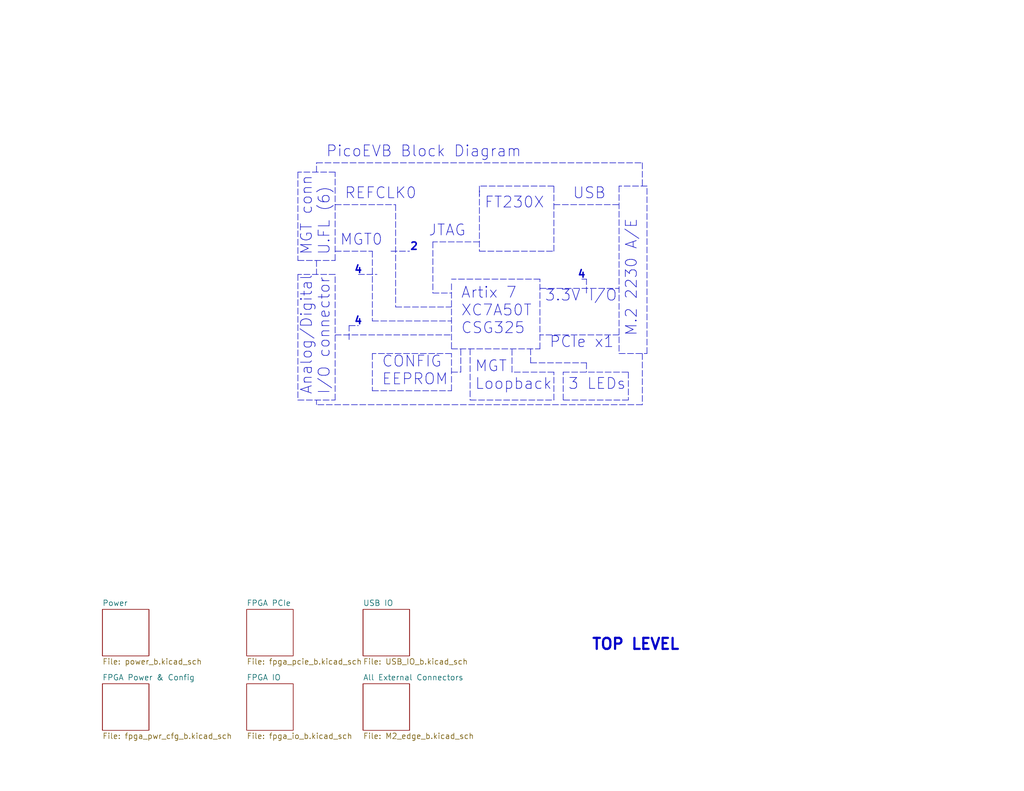
<source format=kicad_sch>
(kicad_sch
	(version 20250114)
	(generator "eeschema")
	(generator_version "9.0")
	(uuid "425a64d6-34ec-416c-8211-1f7c9aeb5428")
	(paper "A")
	(title_block
		(title "hFPGA")
		(date "2025-09-16")
		(rev "D")
		(company "Ethan Yang (github.com/ethanyangtaco115) & Stanely Wang")
		(comment 1 "A modification of the PicoEVB (github.com/RHSResearchLLC/PicoEVB)")
		(comment 2 "An expansion")
	)
	(lib_symbols)
	(text "JTAG"
		(exclude_from_sim no)
		(at 116.84 64.77 0)
		(effects
			(font
				(size 2.9972 2.9972)
			)
			(justify left bottom)
		)
		(uuid "0f0f9798-382d-4b1c-9f41-032c94d949d4")
	)
	(text "3.3V I/O"
		(exclude_from_sim no)
		(at 148.59 82.55 0)
		(effects
			(font
				(size 2.9972 2.9972)
			)
			(justify left bottom)
		)
		(uuid "1449b088-6a21-465e-a5bb-9e20332b74f0")
	)
	(text "MGT0"
		(exclude_from_sim no)
		(at 92.71 67.31 0)
		(effects
			(font
				(size 2.9972 2.9972)
			)
			(justify left bottom)
		)
		(uuid "22a35018-8a40-47d0-82cc-e2ad59290f06")
	)
	(text "PCIe x1"
		(exclude_from_sim no)
		(at 149.86 95.25 0)
		(effects
			(font
				(size 2.9972 2.9972)
			)
			(justify left bottom)
		)
		(uuid "2577a437-c588-4d52-a777-f7f26da7bbad")
	)
	(text "4"
		(exclude_from_sim no)
		(at 96.52 74.93 0)
		(effects
			(font
				(size 2.0066 2.0066)
				(thickness 0.4013)
				(bold yes)
			)
			(justify left bottom)
		)
		(uuid "2db72fea-0f1c-4c6d-97a9-c450408056ea")
	)
	(text "4"
		(exclude_from_sim no)
		(at 157.48 76.2 0)
		(effects
			(font
				(size 2.0066 2.0066)
				(thickness 0.4013)
				(bold yes)
			)
			(justify left bottom)
		)
		(uuid "2ff4ac46-53d0-4ae8-9650-d48ca2d04fa6")
	)
	(text "USB"
		(exclude_from_sim no)
		(at 156.21 54.61 0)
		(effects
			(font
				(size 2.9972 2.9972)
			)
			(justify left bottom)
		)
		(uuid "30e29fb9-0b92-45fc-bbe2-1b3c63b1d50c")
	)
	(text "MGT conn\nU.FL (6)"
		(exclude_from_sim no)
		(at 90.17 69.85 90)
		(effects
			(font
				(size 2.9972 2.9972)
			)
			(justify left bottom)
		)
		(uuid "3d3af673-426e-426c-8873-774b43546180")
	)
	(text "4"
		(exclude_from_sim no)
		(at 96.52 88.9 0)
		(effects
			(font
				(size 2.0066 2.0066)
				(thickness 0.4013)
				(bold yes)
			)
			(justify left bottom)
		)
		(uuid "4026eb65-22f1-48af-a8f2-6cc4c7b3ec5f")
	)
	(text "FT230X"
		(exclude_from_sim no)
		(at 148.59 57.15 0)
		(effects
			(font
				(size 2.9972 2.9972)
			)
			(justify right bottom)
		)
		(uuid "7835e648-aab4-480e-bad8-9e04e4de0a33")
	)
	(text "REFCLK0"
		(exclude_from_sim no)
		(at 93.98 54.61 0)
		(effects
			(font
				(size 2.9972 2.9972)
			)
			(justify left bottom)
		)
		(uuid "7f656684-6497-4ebc-ab87-c183bde99271")
	)
	(text "M.2 2230 A/E"
		(exclude_from_sim no)
		(at 173.99 59.69 90)
		(effects
			(font
				(size 2.9972 2.9972)
			)
			(justify right bottom)
		)
		(uuid "8b8ad6f0-6393-40b3-8231-7e0b44f29621")
	)
	(text "3 LEDs"
		(exclude_from_sim no)
		(at 154.94 106.68 0)
		(effects
			(font
				(size 2.9972 2.9972)
			)
			(justify left bottom)
		)
		(uuid "99087b42-50d0-4f87-b6cc-95c43ef47478")
	)
	(text "TOP LEVEL"
		(exclude_from_sim no)
		(at 161.29 177.8 0)
		(effects
			(font
				(size 2.9972 2.9972)
				(thickness 0.5994)
				(bold yes)
			)
			(justify left bottom)
		)
		(uuid "9d76e32f-6714-4878-980f-291fdf01320f")
	)
	(text "CONFIG\nEEPROM"
		(exclude_from_sim no)
		(at 104.14 105.41 0)
		(effects
			(font
				(size 2.9972 2.9972)
			)
			(justify left bottom)
		)
		(uuid "b8d13fa6-3a42-40d1-82db-c14619f2a700")
	)
	(text "Artix 7\nXC7A50T\nCSG325"
		(exclude_from_sim no)
		(at 125.73 91.44 0)
		(effects
			(font
				(size 2.9972 2.9972)
			)
			(justify left bottom)
		)
		(uuid "c93f5ca2-eacc-426f-a185-995cb5da7b7a")
	)
	(text "MGT\nLoopback\n"
		(exclude_from_sim no)
		(at 129.54 106.68 0)
		(effects
			(font
				(size 2.9972 2.9972)
			)
			(justify left bottom)
		)
		(uuid "e75d23e5-871c-46a5-bf41-93d9d8f777e6")
	)
	(text "2"
		(exclude_from_sim no)
		(at 111.76 68.58 0)
		(effects
			(font
				(size 2.0066 2.0066)
				(thickness 0.4013)
				(bold yes)
			)
			(justify left bottom)
		)
		(uuid "ee646b22-1bfd-43f8-ba7d-2f83b9e3f649")
	)
	(text "PicoEVB Block Diagram"
		(exclude_from_sim no)
		(at 88.9 43.18 0)
		(effects
			(font
				(size 2.9972 2.9972)
			)
			(justify left bottom)
		)
		(uuid "ef794f95-1d97-4ec2-a8ff-c829c314146d")
	)
	(text "Analog/Digital\nI/O connector"
		(exclude_from_sim no)
		(at 90.17 107.95 90)
		(effects
			(font
				(size 2.9972 2.9972)
			)
			(justify left bottom)
		)
		(uuid "f55f52bc-d0a5-409c-bb68-56a065d8894e")
	)
	(polyline
		(pts
			(xy 125.73 101.6) (xy 125.73 95.25)
		)
		(stroke
			(width 0)
			(type dash)
		)
		(uuid "012784da-f62f-4371-8644-a9287f0188dd")
	)
	(polyline
		(pts
			(xy 160.02 99.06) (xy 160.02 101.6)
		)
		(stroke
			(width 0)
			(type dash)
		)
		(uuid "111721b8-0cc3-4663-89c6-7a5d1af49343")
	)
	(polyline
		(pts
			(xy 91.44 74.93) (xy 81.28 74.93)
		)
		(stroke
			(width 0)
			(type dash)
		)
		(uuid "13e64b48-b1dd-4c54-85dc-775f2e5dc4b2")
	)
	(polyline
		(pts
			(xy 86.36 44.45) (xy 175.26 44.45)
		)
		(stroke
			(width 0)
			(type dash)
		)
		(uuid "165a203c-cc80-4f86-9685-aa3432ac8289")
	)
	(polyline
		(pts
			(xy 91.44 55.88) (xy 107.95 55.88)
		)
		(stroke
			(width 0)
			(type dash)
		)
		(uuid "194c9dec-7179-4265-a422-60c020325282")
	)
	(polyline
		(pts
			(xy 147.32 95.25) (xy 147.32 76.2)
		)
		(stroke
			(width 0)
			(type dash)
		)
		(uuid "1ac9758c-8bd1-419a-982b-431493661cd1")
	)
	(polyline
		(pts
			(xy 101.6 87.63) (xy 123.19 87.63)
		)
		(stroke
			(width 0)
			(type dash)
		)
		(uuid "1c7cfb52-575a-4fa2-9e0d-f02c8e0a2973")
	)
	(polyline
		(pts
			(xy 168.91 96.52) (xy 176.53 96.52)
		)
		(stroke
			(width 0)
			(type dash)
		)
		(uuid "1f91a4f3-fb77-4318-a42d-504c2ea2f752")
	)
	(polyline
		(pts
			(xy 123.19 95.25) (xy 147.32 95.25)
		)
		(stroke
			(width 0)
			(type dash)
		)
		(uuid "230f4b72-249d-4ba6-8a7b-e88cac238eff")
	)
	(polyline
		(pts
			(xy 123.19 77.47) (xy 123.19 95.25)
		)
		(stroke
			(width 0)
			(type dash)
		)
		(uuid "241ca3c1-b96c-4733-af54-fdcc836f834d")
	)
	(polyline
		(pts
			(xy 128.27 109.22) (xy 151.13 109.22)
		)
		(stroke
			(width 0)
			(type dash)
		)
		(uuid "243c6337-6d1d-44ae-a128-bcae42385a93")
	)
	(polyline
		(pts
			(xy 151.13 55.88) (xy 168.91 55.88)
		)
		(stroke
			(width 0)
			(type dash)
		)
		(uuid "25beacea-dfd4-4542-a8c1-51d652a0ae90")
	)
	(polyline
		(pts
			(xy 160.02 76.2) (xy 158.75 76.2)
		)
		(stroke
			(width 0)
			(type dash)
		)
		(uuid "271a5267-5f7b-4a75-bb06-193f1dd7a8f3")
	)
	(polyline
		(pts
			(xy 153.67 101.6) (xy 171.45 101.6)
		)
		(stroke
			(width 0)
			(type dash)
		)
		(uuid "2be11adf-0eb7-450f-b349-e3a9e852fef5")
	)
	(polyline
		(pts
			(xy 151.13 68.58) (xy 151.13 50.8)
		)
		(stroke
			(width 0)
			(type dash)
		)
		(uuid "303a9c60-196e-4f1b-baec-8019c01915d9")
	)
	(polyline
		(pts
			(xy 81.28 71.12) (xy 91.44 71.12)
		)
		(stroke
			(width 0)
			(type dash)
		)
		(uuid "3a6d108f-a879-4515-b6f6-93b3559534ca")
	)
	(polyline
		(pts
			(xy 101.6 106.68) (xy 123.19 106.68)
		)
		(stroke
			(width 0)
			(type dash)
		)
		(uuid "3e5aeef3-e542-41b5-a107-9b069d454a91")
	)
	(polyline
		(pts
			(xy 176.53 96.52) (xy 176.53 50.8)
		)
		(stroke
			(width 0)
			(type dash)
		)
		(uuid "41827ec5-934e-4e41-a04b-f470ac2b4525")
	)
	(polyline
		(pts
			(xy 144.78 99.06) (xy 160.02 99.06)
		)
		(stroke
			(width 0)
			(type dash)
		)
		(uuid "4311744b-1c8a-4901-9dbd-8adc9e4bbcbb")
	)
	(polyline
		(pts
			(xy 95.25 92.71) (xy 95.25 88.9)
		)
		(stroke
			(width 0)
			(type dash)
		)
		(uuid "45044be7-7245-4361-883c-2e7fea02eaf1")
	)
	(polyline
		(pts
			(xy 130.81 66.04) (xy 118.11 66.04)
		)
		(stroke
			(width 0)
			(type dash)
		)
		(uuid "6129705c-98ad-4416-9105-761eb62f1826")
	)
	(polyline
		(pts
			(xy 171.45 101.6) (xy 171.45 109.22)
		)
		(stroke
			(width 0)
			(type dash)
		)
		(uuid "66fe4913-bc35-4e37-b60d-e0ccfd6bb41b")
	)
	(polyline
		(pts
			(xy 128.27 95.25) (xy 128.27 109.22)
		)
		(stroke
			(width 0)
			(type dash)
		)
		(uuid "677848c7-688d-4a26-98d6-4a60cb6aa99a")
	)
	(polyline
		(pts
			(xy 81.28 109.22) (xy 91.44 109.22)
		)
		(stroke
			(width 0)
			(type dash)
		)
		(uuid "6980d5e3-ffeb-4dfe-a803-25378b775063")
	)
	(polyline
		(pts
			(xy 168.91 91.44) (xy 147.32 91.44)
		)
		(stroke
			(width 0)
			(type dash)
		)
		(uuid "75540f67-46ea-4b17-8b83-381e8dc4d867")
	)
	(polyline
		(pts
			(xy 153.67 109.22) (xy 153.67 101.6)
		)
		(stroke
			(width 0)
			(type dash)
		)
		(uuid "7650a1dc-3c3f-4591-a426-bf86af9bf748")
	)
	(polyline
		(pts
			(xy 151.13 109.22) (xy 151.13 101.6)
		)
		(stroke
			(width 0)
			(type dash)
		)
		(uuid "7730669f-4ceb-491f-bfd3-859b799c6eb4")
	)
	(polyline
		(pts
			(xy 86.36 46.99) (xy 86.36 44.45)
		)
		(stroke
			(width 0)
			(type dash)
		)
		(uuid "778e6c83-d19c-4456-bf0c-3a1b1c2b5d66")
	)
	(polyline
		(pts
			(xy 168.91 50.8) (xy 168.91 96.52)
		)
		(stroke
			(width 0)
			(type dash)
		)
		(uuid "77cfb190-cdfe-4b03-9786-18f58396745f")
	)
	(polyline
		(pts
			(xy 123.19 101.6) (xy 125.73 101.6)
		)
		(stroke
			(width 0)
			(type dash)
		)
		(uuid "77d28c8c-b01f-452e-bf71-c8a7f14a7d56")
	)
	(polyline
		(pts
			(xy 147.32 78.74) (xy 168.91 78.74)
		)
		(stroke
			(width 0)
			(type dash)
		)
		(uuid "81f4fc69-a0ec-4758-8c68-006d9ce3072b")
	)
	(polyline
		(pts
			(xy 175.26 44.45) (xy 175.26 50.8)
		)
		(stroke
			(width 0)
			(type dash)
		)
		(uuid "8265e51d-6501-43a1-9bf3-ef31852c3302")
	)
	(polyline
		(pts
			(xy 81.28 46.99) (xy 81.28 71.12)
		)
		(stroke
			(width 0)
			(type dash)
		)
		(uuid "899bafdd-b323-45b7-bb80-afb19aaa301e")
	)
	(polyline
		(pts
			(xy 107.95 55.88) (xy 107.95 83.82)
		)
		(stroke
			(width 0)
			(type dash)
		)
		(uuid "92a3ed2c-45d5-4091-bee0-c458e7de0649")
	)
	(polyline
		(pts
			(xy 81.28 74.93) (xy 81.28 109.22)
		)
		(stroke
			(width 0)
			(type dash)
		)
		(uuid "94362d2b-f7d7-40bb-9999-6352813e2fba")
	)
	(polyline
		(pts
			(xy 86.36 71.12) (xy 86.36 74.93)
		)
		(stroke
			(width 0)
			(type dash)
		)
		(uuid "97a6d758-cb8a-4166-8983-0eb1fa224f11")
	)
	(polyline
		(pts
			(xy 130.81 50.8) (xy 130.81 53.34)
		)
		(stroke
			(width 0)
			(type dash)
		)
		(uuid "a281e27e-f367-47db-af6d-ae651534d3ea")
	)
	(polyline
		(pts
			(xy 97.79 74.93) (xy 102.87 74.93)
		)
		(stroke
			(width 0)
			(type dash)
		)
		(uuid "a30213c9-e837-4979-9953-661e519803af")
	)
	(polyline
		(pts
			(xy 101.6 96.52) (xy 101.6 106.68)
		)
		(stroke
			(width 0)
			(type dash)
		)
		(uuid "a3070cb4-160e-4cfc-a924-9711c88bfa37")
	)
	(polyline
		(pts
			(xy 91.44 46.99) (xy 81.28 46.99)
		)
		(stroke
			(width 0)
			(type dash)
		)
		(uuid "a34c73e6-b7ec-407b-b4ed-94f794151353")
	)
	(polyline
		(pts
			(xy 176.53 50.8) (xy 168.91 50.8)
		)
		(stroke
			(width 0)
			(type dash)
		)
		(uuid "a5222f01-283a-4021-afeb-8f7c85d68912")
	)
	(polyline
		(pts
			(xy 175.26 110.49) (xy 86.36 110.49)
		)
		(stroke
			(width 0)
			(type dash)
		)
		(uuid "a74d6a1e-26c2-46ed-bb89-279dc7db11db")
	)
	(polyline
		(pts
			(xy 101.6 68.58) (xy 101.6 87.63)
		)
		(stroke
			(width 0)
			(type dash)
		)
		(uuid "abda9a82-ca6a-4a71-b293-71b87877e9f5")
	)
	(polyline
		(pts
			(xy 151.13 50.8) (xy 130.81 50.8)
		)
		(stroke
			(width 0)
			(type dash)
		)
		(uuid "ac154e36-0f2d-4a2f-be17-698cb575e1e4")
	)
	(polyline
		(pts
			(xy 118.11 80.01) (xy 123.19 80.01)
		)
		(stroke
			(width 0)
			(type dash)
		)
		(uuid "b1945e5a-c66e-48dc-b952-e25775b76cb4")
	)
	(polyline
		(pts
			(xy 123.19 106.68) (xy 123.19 96.52)
		)
		(stroke
			(width 0)
			(type dash)
		)
		(uuid "b38ca833-9792-40e8-bc37-0d4b7617ab06")
	)
	(polyline
		(pts
			(xy 86.36 110.49) (xy 86.36 109.22)
		)
		(stroke
			(width 0)
			(type dash)
		)
		(uuid "b7318bf2-bfef-4549-b068-2f5055da4ad6")
	)
	(polyline
		(pts
			(xy 144.78 95.25) (xy 144.78 99.06)
		)
		(stroke
			(width 0)
			(type dash)
		)
		(uuid "c29cf9ea-83c1-4c5a-979a-b1dab55e8483")
	)
	(polyline
		(pts
			(xy 91.44 71.12) (xy 91.44 46.99)
		)
		(stroke
			(width 0)
			(type dash)
		)
		(uuid "c4365719-80a4-4772-be1c-a93895a254de")
	)
	(polyline
		(pts
			(xy 118.11 66.04) (xy 118.11 80.01)
		)
		(stroke
			(width 0)
			(type dash)
		)
		(uuid "c4df5e62-d4c7-4c9f-83f3-f05da18cf7b0")
	)
	(polyline
		(pts
			(xy 139.7 101.6) (xy 139.7 95.25)
		)
		(stroke
			(width 0)
			(type dash)
		)
		(uuid "c64131ff-d379-487b-9a55-c197feb90d7e")
	)
	(polyline
		(pts
			(xy 151.13 101.6) (xy 139.7 101.6)
		)
		(stroke
			(width 0)
			(type dash)
		)
		(uuid "cbbb5702-6240-46b9-8ed8-d504f9d4df0c")
	)
	(polyline
		(pts
			(xy 106.68 68.58) (xy 111.76 68.58)
		)
		(stroke
			(width 0)
			(type dash)
		)
		(uuid "d9c3b65b-568f-413a-a36a-159bfdfb70b0")
	)
	(polyline
		(pts
			(xy 91.44 68.58) (xy 101.6 68.58)
		)
		(stroke
			(width 0)
			(type dash)
		)
		(uuid "dc7426dd-21dd-4b7c-a895-7688daa8f0d0")
	)
	(polyline
		(pts
			(xy 130.81 52.07) (xy 130.81 68.58)
		)
		(stroke
			(width 0)
			(type dash)
		)
		(uuid "dde3aa3a-672c-4034-a1d9-c9ad6e0235b2")
	)
	(polyline
		(pts
			(xy 91.44 109.22) (xy 91.44 74.93)
		)
		(stroke
			(width 0)
			(type dash)
		)
		(uuid "ea7bcb59-4624-43e0-a9fb-44f2c81f234c")
	)
	(polyline
		(pts
			(xy 91.44 91.44) (xy 123.19 91.44)
		)
		(stroke
			(width 0)
			(type dash)
		)
		(uuid "eae41b46-fcb0-49ac-b39c-19fe99acbfee")
	)
	(polyline
		(pts
			(xy 147.32 76.2) (xy 123.19 76.2)
		)
		(stroke
			(width 0)
			(type dash)
		)
		(uuid "f41631aa-9a8d-4bb6-9c26-4add56bd2564")
	)
	(polyline
		(pts
			(xy 130.81 68.58) (xy 151.13 68.58)
		)
		(stroke
			(width 0)
			(type dash)
		)
		(uuid "f6dd2361-9494-4ef2-86fa-152c3bf8ccfd")
	)
	(polyline
		(pts
			(xy 171.45 109.22) (xy 153.67 109.22)
		)
		(stroke
			(width 0)
			(type dash)
		)
		(uuid "f901e266-064b-4b5a-9063-b804bce49c78")
	)
	(polyline
		(pts
			(xy 95.25 88.9) (xy 97.79 88.9)
		)
		(stroke
			(width 0)
			(type dash)
		)
		(uuid "f9572b3d-4910-47eb-806a-4beb4dabecd7")
	)
	(polyline
		(pts
			(xy 160.02 80.01) (xy 160.02 76.2)
		)
		(stroke
			(width 0)
			(type dash)
		)
		(uuid "f9671235-7fc0-4cd5-8108-aadaab42195d")
	)
	(polyline
		(pts
			(xy 107.95 83.82) (xy 123.19 83.82)
		)
		(stroke
			(width 0)
			(type dash)
		)
		(uuid "fd4f80cc-530c-4194-865f-8244c9c92ae5")
	)
	(polyline
		(pts
			(xy 123.19 96.52) (xy 101.6 96.52)
		)
		(stroke
			(width 0)
			(type dash)
		)
		(uuid "ffb2dfbb-6f71-4907-ac09-1e41aed5c8e7")
	)
	(polyline
		(pts
			(xy 175.26 96.52) (xy 175.26 110.49)
		)
		(stroke
			(width 0)
			(type dash)
		)
		(uuid "ffda825b-5095-4c20-afc8-fdd4af2cc5a5")
	)
	(sheet
		(at 27.94 186.69)
		(size 12.7 12.7)
		(exclude_from_sim no)
		(in_bom yes)
		(on_board yes)
		(dnp no)
		(fields_autoplaced yes)
		(stroke
			(width 0)
			(type solid)
		)
		(fill
			(color 0 0 0 0.0000)
		)
		(uuid "00000000-0000-0000-0000-00005881899d")
		(property "Sheetname" "FPGA Power & Config"
			(at 27.94 185.8514 0)
			(effects
				(font
					(size 1.524 1.524)
				)
				(justify left bottom)
			)
		)
		(property "Sheetfile" "fpga_pwr_cfg_b.kicad_sch"
			(at 27.94 200.0762 0)
			(effects
				(font
					(size 1.524 1.524)
				)
				(justify left top)
			)
		)
		(instances
			(project "PicoEVB"
				(path "/425a64d6-34ec-416c-8211-1f7c9aeb5428"
					(page "3")
				)
			)
		)
	)
	(sheet
		(at 99.06 166.37)
		(size 12.7 12.7)
		(exclude_from_sim no)
		(in_bom yes)
		(on_board yes)
		(dnp no)
		(fields_autoplaced yes)
		(stroke
			(width 0)
			(type solid)
		)
		(fill
			(color 0 0 0 0.0000)
		)
		(uuid "00000000-0000-0000-0000-0000588189a5")
		(property "Sheetname" "USB IO"
			(at 99.06 165.5314 0)
			(effects
				(font
					(size 1.524 1.524)
				)
				(justify left bottom)
			)
		)
		(property "Sheetfile" "USB_IO_b.kicad_sch"
			(at 99.06 179.7562 0)
			(effects
				(font
					(size 1.524 1.524)
				)
				(justify left top)
			)
		)
		(instances
			(project "PicoEVB"
				(path "/425a64d6-34ec-416c-8211-1f7c9aeb5428"
					(page "6")
				)
			)
		)
	)
	(sheet
		(at 99.06 186.69)
		(size 12.7 12.7)
		(exclude_from_sim no)
		(in_bom yes)
		(on_board yes)
		(dnp no)
		(fields_autoplaced yes)
		(stroke
			(width 0)
			(type solid)
		)
		(fill
			(color 0 0 0 0.0000)
		)
		(uuid "00000000-0000-0000-0000-0000588189a7")
		(property "Sheetname" "All External Connectors"
			(at 99.06 185.8514 0)
			(effects
				(font
					(size 1.524 1.524)
				)
				(justify left bottom)
			)
		)
		(property "Sheetfile" "M2_edge_b.kicad_sch"
			(at 99.06 200.0762 0)
			(effects
				(font
					(size 1.524 1.524)
				)
				(justify left top)
			)
		)
		(instances
			(project "PicoEVB"
				(path "/425a64d6-34ec-416c-8211-1f7c9aeb5428"
					(page "7")
				)
			)
		)
	)
	(sheet
		(at 67.31 166.37)
		(size 12.7 12.7)
		(exclude_from_sim no)
		(in_bom yes)
		(on_board yes)
		(dnp no)
		(fields_autoplaced yes)
		(stroke
			(width 0)
			(type solid)
		)
		(fill
			(color 0 0 0 0.0000)
		)
		(uuid "00000000-0000-0000-0000-0000594f3239")
		(property "Sheetname" "FPGA PCIe"
			(at 67.31 165.5314 0)
			(effects
				(font
					(size 1.524 1.524)
				)
				(justify left bottom)
			)
		)
		(property "Sheetfile" "fpga_pcie_b.kicad_sch"
			(at 67.31 179.7562 0)
			(effects
				(font
					(size 1.524 1.524)
				)
				(justify left top)
			)
		)
		(instances
			(project "PicoEVB"
				(path "/425a64d6-34ec-416c-8211-1f7c9aeb5428"
					(page "4")
				)
			)
		)
	)
	(sheet
		(at 67.31 186.69)
		(size 12.7 12.7)
		(exclude_from_sim no)
		(in_bom yes)
		(on_board yes)
		(dnp no)
		(fields_autoplaced yes)
		(stroke
			(width 0)
			(type solid)
		)
		(fill
			(color 0 0 0 0.0000)
		)
		(uuid "00000000-0000-0000-0000-0000594f323a")
		(property "Sheetname" "FPGA IO"
			(at 67.31 185.8514 0)
			(effects
				(font
					(size 1.524 1.524)
				)
				(justify left bottom)
			)
		)
		(property "Sheetfile" "fpga_io_b.kicad_sch"
			(at 67.31 200.0762 0)
			(effects
				(font
					(size 1.524 1.524)
				)
				(justify left top)
			)
		)
		(instances
			(project "PicoEVB"
				(path "/425a64d6-34ec-416c-8211-1f7c9aeb5428"
					(page "5")
				)
			)
		)
	)
	(sheet
		(at 27.94 166.37)
		(size 12.7 12.7)
		(exclude_from_sim no)
		(in_bom yes)
		(on_board yes)
		(dnp no)
		(fields_autoplaced yes)
		(stroke
			(width 0)
			(type solid)
		)
		(fill
			(color 0 0 0 0.0000)
		)
		(uuid "00000000-0000-0000-0000-0000594f323b")
		(property "Sheetname" "Power"
			(at 27.94 165.5314 0)
			(effects
				(font
					(size 1.524 1.524)
				)
				(justify left bottom)
			)
		)
		(property "Sheetfile" "power_b.kicad_sch"
			(at 27.94 179.7562 0)
			(effects
				(font
					(size 1.524 1.524)
				)
				(justify left top)
			)
		)
		(instances
			(project "PicoEVB"
				(path "/425a64d6-34ec-416c-8211-1f7c9aeb5428"
					(page "2")
				)
			)
		)
	)
	(sheet_instances
		(path "/"
			(page "1")
		)
	)
	(embedded_fonts no)
)

</source>
